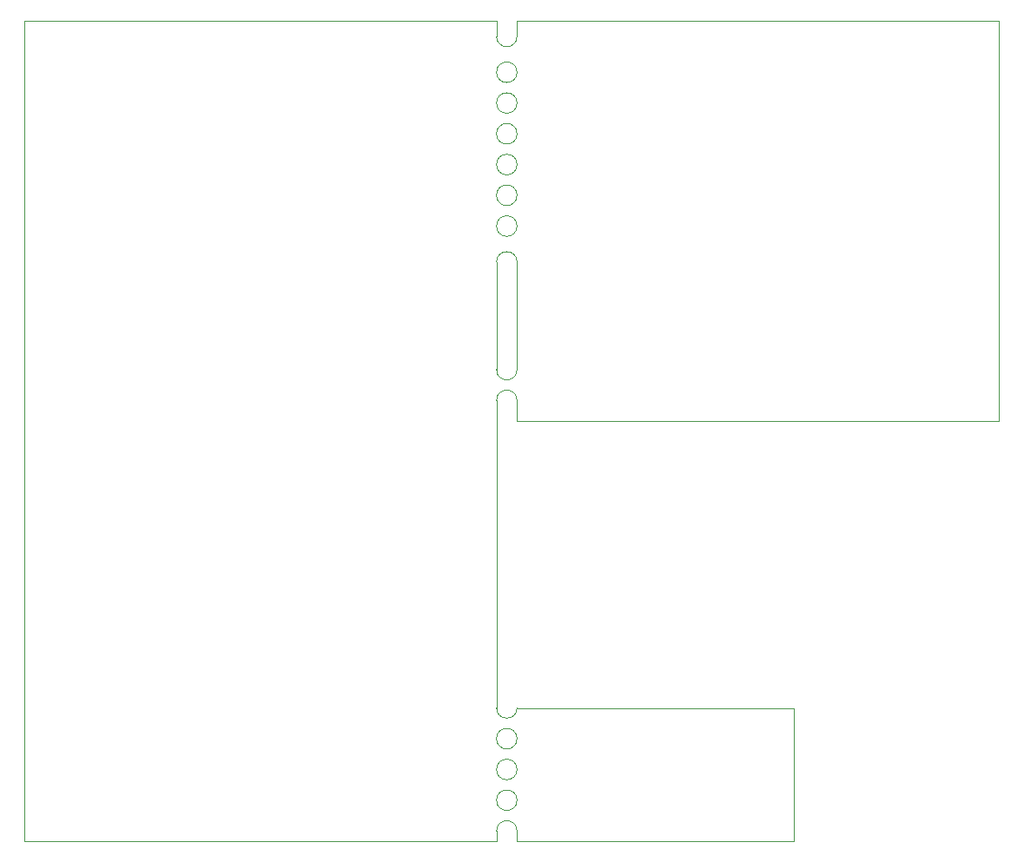
<source format=gbr>
%TF.GenerationSoftware,KiCad,Pcbnew,(5.1.8)-1*%
%TF.CreationDate,2020-12-09T14:15:50+00:00*%
%TF.ProjectId,Project,50726f6a-6563-4742-9e6b-696361645f70,rev?*%
%TF.SameCoordinates,Original*%
%TF.FileFunction,Profile,NP*%
%FSLAX46Y46*%
G04 Gerber Fmt 4.6, Leading zero omitted, Abs format (unit mm)*
G04 Created by KiCad (PCBNEW (5.1.8)-1) date 2020-12-09 14:15:50*
%MOMM*%
%LPD*%
G01*
G04 APERTURE LIST*
%TA.AperFunction,Profile*%
%ADD10C,0.050000*%
%TD*%
G04 APERTURE END LIST*
D10*
X143000000Y-50000000D02*
G75*
G03*
X143000000Y-50000000I-1000000J0D01*
G01*
X143000000Y-47000000D02*
G75*
G03*
X143000000Y-47000000I-1000000J0D01*
G01*
X143000000Y-44000000D02*
G75*
G03*
X143000000Y-44000000I-1000000J0D01*
G01*
X143000000Y-41000000D02*
G75*
G03*
X143000000Y-41000000I-1000000J0D01*
G01*
X143000000Y-38000000D02*
G75*
G03*
X143000000Y-38000000I-1000000J0D01*
G01*
X143000000Y-35000000D02*
G75*
G03*
X143000000Y-35000000I-1000000J0D01*
G01*
X143000000Y-106000000D02*
G75*
G03*
X143000000Y-106000000I-1000000J0D01*
G01*
X143000000Y-103000000D02*
G75*
G03*
X143000000Y-103000000I-1000000J0D01*
G01*
X143000000Y-100000000D02*
G75*
G03*
X143000000Y-100000000I-1000000J0D01*
G01*
X141000000Y-67000000D02*
G75*
G02*
X143000000Y-67000000I1000000J0D01*
G01*
X143000000Y-64000000D02*
G75*
G02*
X141000000Y-64000000I-1000000J0D01*
G01*
X141000000Y-67000000D02*
X141000000Y-97000000D01*
X141000000Y-53500000D02*
X141000000Y-64000000D01*
X170000000Y-110000000D02*
X144000000Y-110000000D01*
X170000000Y-97000000D02*
X170000000Y-110000000D01*
X143000000Y-97000000D02*
X170000000Y-97000000D01*
X190000000Y-30000000D02*
X143000000Y-30000000D01*
X190000000Y-69000000D02*
X190000000Y-30000000D01*
X143000000Y-69000000D02*
X190000000Y-69000000D01*
X143000000Y-67000000D02*
X143000000Y-69000000D01*
X143000000Y-53500000D02*
X143000000Y-64000000D01*
X143000000Y-110000000D02*
X144000000Y-110000000D01*
X143000000Y-109000000D02*
X143000000Y-110000000D01*
X141000000Y-109000000D02*
G75*
G02*
X143000000Y-109000000I1000000J0D01*
G01*
X143000000Y-97000000D02*
G75*
G02*
X141000000Y-97000000I-1000000J0D01*
G01*
X141000000Y-53500000D02*
G75*
G02*
X143000000Y-53500000I1000000J0D01*
G01*
X143000000Y-31500000D02*
G75*
G02*
X141000000Y-31500000I-1000000J0D01*
G01*
X143000000Y-31500000D02*
X143000000Y-30000000D01*
X141000000Y-110000000D02*
X141000000Y-109000000D01*
X140750000Y-110000000D02*
X141000000Y-110000000D01*
X141000000Y-30000000D02*
X141000000Y-31500000D01*
X140750000Y-30000000D02*
X141000000Y-30000000D01*
X131250000Y-30000000D02*
X131000000Y-30000000D01*
X140750000Y-30000000D02*
X131250000Y-30000000D01*
X95000000Y-110000000D02*
X140750000Y-110000000D01*
X131000000Y-30000000D02*
X95000000Y-30000000D01*
X95000000Y-110000000D02*
X95000000Y-30000000D01*
M02*

</source>
